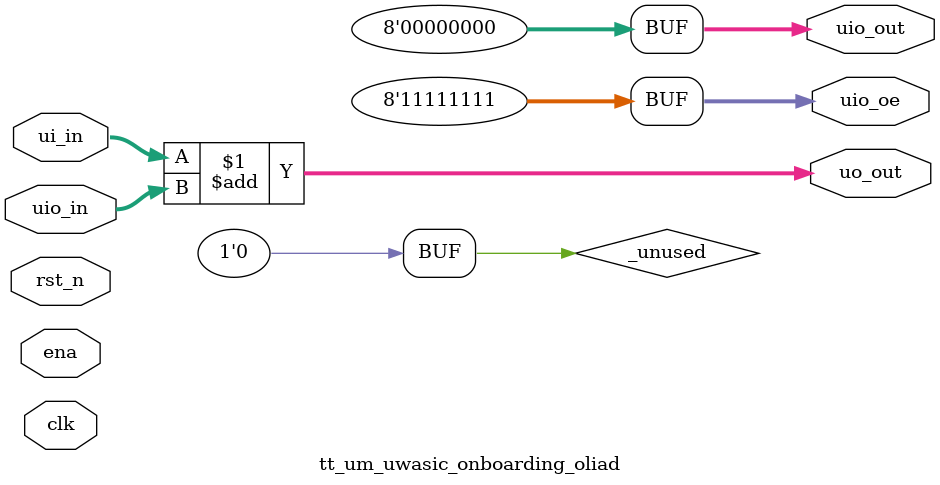
<source format=v>
/*
 * Copyright (c) 2024 Your Name
 * SPDX-License-Identifier: Apache-2.0
 */

`default_nettype none

module tt_um_uwasic_onboarding_oliad (
    input  wire [7:0] ui_in,    // Dedicated inputs
    output wire [7:0] uo_out,   // Dedicated outputs
    input  wire [7:0] uio_in,   // IOs: Input path
    output wire [7:0] uio_out,  // IOs: Output path
    output wire [7:0] uio_oe,   // IOs: Enable path (active high: 0=input, 1=output)
    input  wire       ena,      // always 1 when the design is powered, so you can ignore it
    input  wire       clk,      // clock
    input  wire       rst_n     // reset_n - low to reset
);

  assign uio_oe = 8'hFF; //Set all IOs to output: 8 (bit size), h (hexadecimal format), FF (8 1's/output bits)

  //New wires for register values
  wire [7:0] en_reg_out_7_0;
  wire [7:0] en_reg_out_15_8;
  wire [7:0] en_reg_pwm_7_0;
  wire [7:0] en_reg_pwm_15_8;
  wire [7:0] pwm_duty_cycle;

  // All output pins must be assigned. If not used, assign to 0.
  assign uo_out  = ui_in + uio_in;  // Example: ou_out is the sum of ui_in and uio_in
  assign uio_out = 0;
  assign uio_oe  = 0;

  // List all unused inputs to prevent warnings
  wire _unused = &{ena, clk, rst_n, 1'b0};

endmodule

</source>
